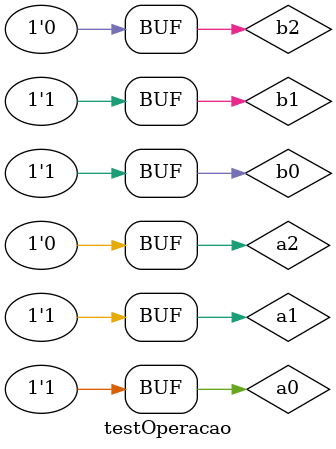
<source format=v>


module meiaDiferenca(s0, s1, a, b);

output s0, s1;
input a, b;

wire s2, s3, s4, s5, s6, s7, s8, s9;

nor NOR1 (s2, a, a);
nor NOR2 (s3, b, b);
nor NOR3 (s4, a, a);
nor NOR4 (s5, s2, b);
nor NOR5 (s6, s3, a);
nor NOR6 (s7, b, b);
nor NOR7 (s8, s4, s4);
nor NOR8 (s9, s5, s6);
nor NOR9 (s1, s7, s8);
nor NOR10(s0, s9, s9);

endmodule 

module diferencaCompleta(s0 ,s1, a, b, c);

output s0, s1;
input a, b, c;

meiaDiferenca MD1 (s2, s3, a ,b);
meiaDiferenca MD2 (s0, s4, s2, c);
nor NOR1 (s5, s3, s4);
nor NOR2 (s1, s5, s5);

endmodule

// ------------
// -- Operacao
// ------------

module operacao (s00, s10, s20, s30, a0, a1, a2, b0, b1, b2);
output s00, s10, s20, s30;
input a0, a1, a2, b0, b1, b2;

wire s01, s11, s21;

meiaDiferenca MD0 (s00, s01, a0, b0);
diferencaCompleta DC1 (s10, s11, a1, b1, s01);
diferencaCompleta DC2 (s20, s21, a2, b2, s11);

assign s30 = s21;

endmodule 

// ----------------
// -- test operacao
//-----------------

module testOperacao;
reg   a0, a1, a2, b0, b1, b2, c;
wire  s00, s10, s20, s30;

// -- instância
operacao OP1 (s00, s10, s20, s30, a0, a1, a2, b0, b1, b2);

initial begin:start
a0=0; a1=0; a2=0; b0=0; b1=0; b2=0;    
end

//-- parte principal
initial begin:main
$display("Guia 05 - Exercicio 05 - Eduardo de Abreu Fortes - 384047");
$display("Henrique Carvalho Parreira - 347133");
$display("Test Diferenca Completa com 2 bits usando apenas portar NOR");
$display("\na2 a1 a0 - b2 b1 b0 = s30 s20 s10 s00\n");
$monitor("%b %b %b  -  %b %b %b  =  %b %b %b %b", a2, a1, a0, b2, b1, b0, s30, s20, s10, s00);
#1  a0=0; a1=0; b0=0; b1=1;
#1  a0=0; a1=0; b0=1; b1=0;
#1  a0=0; a1=0; b0=1; b1=1;
#1  a0=0; a1=1; b0=0; b1=0;
#1  a0=0; a1=1; b0=0; b1=1;
#1  a0=0; a1=1; b0=1; b1=0;
#1  a0=0; a1=1; b0=1; b1=1;
#1  a0=1; a1=0; b0=0; b1=0;
#1  a0=1; a1=0; b0=0; b1=1;
#1  a0=1; a1=0; b0=1; b1=0;
#1  a0=1; a1=0; b0=1; b1=1;
#1  a0=1; a1=1; b0=0; b1=0;
#1  a0=1; a1=1; b0=0; b1=1;
#1  a0=1; a1=1; b0=1; b1=0;
#1  a0=1; a1=1; b0=1; b1=1;

end

endmodule // --fim module testOperacao
</source>
